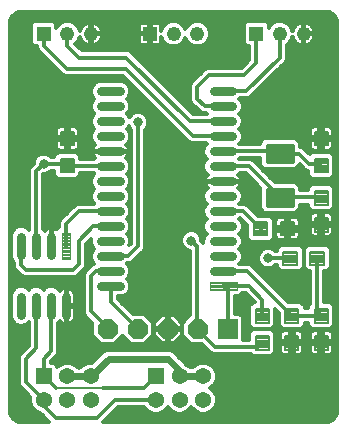
<source format=gtl>
G75*
%MOIN*%
%OFA0B0*%
%FSLAX25Y25*%
%IPPOS*%
%LPD*%
%AMOC8*
5,1,8,0,0,1.08239X$1,22.5*
%
%ADD10R,0.06600X0.06600*%
%ADD11OC8,0.06600*%
%ADD12C,0.00750*%
%ADD13C,0.00472*%
%ADD14C,0.03150*%
%ADD15R,0.05400X0.05400*%
%ADD16C,0.05400*%
%ADD17R,0.04800X0.04800*%
%ADD18C,0.04800*%
%ADD19C,0.01004*%
%ADD20C,0.01200*%
%ADD21C,0.03150*%
%ADD22C,0.01181*%
%ADD23C,0.01575*%
%ADD24C,0.00787*%
%ADD25C,0.02362*%
D10*
X0091026Y0052240D03*
D11*
X0081026Y0052240D03*
X0071026Y0052240D03*
X0061026Y0052240D03*
X0051026Y0052240D03*
D12*
X0039687Y0109120D02*
X0035437Y0109120D01*
X0039687Y0109120D02*
X0039687Y0104470D01*
X0035437Y0104470D01*
X0035437Y0109120D01*
X0035437Y0105219D02*
X0039687Y0105219D01*
X0039687Y0105968D02*
X0035437Y0105968D01*
X0035437Y0106717D02*
X0039687Y0106717D01*
X0039687Y0107466D02*
X0035437Y0107466D01*
X0035437Y0108215D02*
X0039687Y0108215D01*
X0039687Y0108964D02*
X0035437Y0108964D01*
X0035437Y0118120D02*
X0039687Y0118120D01*
X0039687Y0113470D01*
X0035437Y0113470D01*
X0035437Y0118120D01*
X0035437Y0114219D02*
X0039687Y0114219D01*
X0039687Y0114968D02*
X0035437Y0114968D01*
X0035437Y0115717D02*
X0039687Y0115717D01*
X0039687Y0116466D02*
X0035437Y0116466D01*
X0035437Y0117215D02*
X0039687Y0117215D01*
X0039687Y0117964D02*
X0035437Y0117964D01*
X0104285Y0087830D02*
X0104285Y0083580D01*
X0099635Y0083580D01*
X0099635Y0087830D01*
X0104285Y0087830D01*
X0104285Y0084329D02*
X0099635Y0084329D01*
X0099635Y0085078D02*
X0104285Y0085078D01*
X0104285Y0085827D02*
X0099635Y0085827D01*
X0099635Y0086576D02*
X0104285Y0086576D01*
X0104285Y0087325D02*
X0099635Y0087325D01*
X0113285Y0087830D02*
X0113285Y0083580D01*
X0108635Y0083580D01*
X0108635Y0087830D01*
X0113285Y0087830D01*
X0113285Y0084329D02*
X0108635Y0084329D01*
X0108635Y0085078D02*
X0113285Y0085078D01*
X0113285Y0085827D02*
X0108635Y0085827D01*
X0108635Y0086576D02*
X0113285Y0086576D01*
X0113285Y0087325D02*
X0108635Y0087325D01*
X0114127Y0077987D02*
X0114127Y0073737D01*
X0109477Y0073737D01*
X0109477Y0077987D01*
X0114127Y0077987D01*
X0114127Y0074486D02*
X0109477Y0074486D01*
X0109477Y0075235D02*
X0114127Y0075235D01*
X0114127Y0075984D02*
X0109477Y0075984D01*
X0109477Y0076733D02*
X0114127Y0076733D01*
X0114127Y0077482D02*
X0109477Y0077482D01*
X0123127Y0077987D02*
X0123127Y0073737D01*
X0118477Y0073737D01*
X0118477Y0077987D01*
X0123127Y0077987D01*
X0123127Y0074486D02*
X0118477Y0074486D01*
X0118477Y0075235D02*
X0123127Y0075235D01*
X0123127Y0075984D02*
X0118477Y0075984D01*
X0118477Y0076733D02*
X0123127Y0076733D01*
X0123127Y0077482D02*
X0118477Y0077482D01*
X0120083Y0084785D02*
X0124333Y0084785D01*
X0120083Y0084785D02*
X0120083Y0089435D01*
X0124333Y0089435D01*
X0124333Y0084785D01*
X0124333Y0085534D02*
X0120083Y0085534D01*
X0120083Y0086283D02*
X0124333Y0086283D01*
X0124333Y0087032D02*
X0120083Y0087032D01*
X0120083Y0087781D02*
X0124333Y0087781D01*
X0124333Y0088530D02*
X0120083Y0088530D01*
X0120083Y0089279D02*
X0124333Y0089279D01*
X0124333Y0093785D02*
X0120083Y0093785D01*
X0120083Y0098435D01*
X0124333Y0098435D01*
X0124333Y0093785D01*
X0124333Y0094534D02*
X0120083Y0094534D01*
X0120083Y0095283D02*
X0124333Y0095283D01*
X0124333Y0096032D02*
X0120083Y0096032D01*
X0120083Y0096781D02*
X0124333Y0096781D01*
X0124333Y0097530D02*
X0120083Y0097530D01*
X0120083Y0098279D02*
X0124333Y0098279D01*
X0124333Y0109120D02*
X0120083Y0109120D01*
X0124333Y0109120D02*
X0124333Y0104470D01*
X0120083Y0104470D01*
X0120083Y0109120D01*
X0120083Y0105219D02*
X0124333Y0105219D01*
X0124333Y0105968D02*
X0120083Y0105968D01*
X0120083Y0106717D02*
X0124333Y0106717D01*
X0124333Y0107466D02*
X0120083Y0107466D01*
X0120083Y0108215D02*
X0124333Y0108215D01*
X0124333Y0108964D02*
X0120083Y0108964D01*
X0120083Y0118120D02*
X0124333Y0118120D01*
X0124333Y0113470D01*
X0120083Y0113470D01*
X0120083Y0118120D01*
X0120083Y0114219D02*
X0124333Y0114219D01*
X0124333Y0114968D02*
X0120083Y0114968D01*
X0120083Y0115717D02*
X0124333Y0115717D01*
X0124333Y0116466D02*
X0120083Y0116466D01*
X0120083Y0117215D02*
X0124333Y0117215D01*
X0124333Y0117964D02*
X0120083Y0117964D01*
X0120083Y0054415D02*
X0124333Y0054415D01*
X0120083Y0054415D02*
X0120083Y0059065D01*
X0124333Y0059065D01*
X0124333Y0054415D01*
X0124333Y0055164D02*
X0120083Y0055164D01*
X0120083Y0055913D02*
X0124333Y0055913D01*
X0124333Y0056662D02*
X0120083Y0056662D01*
X0120083Y0057411D02*
X0124333Y0057411D01*
X0124333Y0058160D02*
X0120083Y0058160D01*
X0120083Y0058909D02*
X0124333Y0058909D01*
X0124333Y0045415D02*
X0120083Y0045415D01*
X0120083Y0050065D01*
X0124333Y0050065D01*
X0124333Y0045415D01*
X0124333Y0046164D02*
X0120083Y0046164D01*
X0120083Y0046913D02*
X0124333Y0046913D01*
X0124333Y0047662D02*
X0120083Y0047662D01*
X0120083Y0048411D02*
X0124333Y0048411D01*
X0124333Y0049160D02*
X0120083Y0049160D01*
X0120083Y0049909D02*
X0124333Y0049909D01*
X0114490Y0050065D02*
X0110240Y0050065D01*
X0114490Y0050065D02*
X0114490Y0045415D01*
X0110240Y0045415D01*
X0110240Y0050065D01*
X0110240Y0046164D02*
X0114490Y0046164D01*
X0114490Y0046913D02*
X0110240Y0046913D01*
X0110240Y0047662D02*
X0114490Y0047662D01*
X0114490Y0048411D02*
X0110240Y0048411D01*
X0110240Y0049160D02*
X0114490Y0049160D01*
X0114490Y0049909D02*
X0110240Y0049909D01*
X0110240Y0059065D02*
X0114490Y0059065D01*
X0114490Y0054415D01*
X0110240Y0054415D01*
X0110240Y0059065D01*
X0110240Y0055164D02*
X0114490Y0055164D01*
X0114490Y0055913D02*
X0110240Y0055913D01*
X0110240Y0056662D02*
X0114490Y0056662D01*
X0114490Y0057411D02*
X0110240Y0057411D01*
X0110240Y0058160D02*
X0114490Y0058160D01*
X0114490Y0058909D02*
X0110240Y0058909D01*
X0104648Y0054415D02*
X0100398Y0054415D01*
X0100398Y0059065D01*
X0104648Y0059065D01*
X0104648Y0054415D01*
X0104648Y0055164D02*
X0100398Y0055164D01*
X0100398Y0055913D02*
X0104648Y0055913D01*
X0104648Y0056662D02*
X0100398Y0056662D01*
X0100398Y0057411D02*
X0104648Y0057411D01*
X0104648Y0058160D02*
X0100398Y0058160D01*
X0100398Y0058909D02*
X0104648Y0058909D01*
X0104648Y0045415D02*
X0100398Y0045415D01*
X0100398Y0050065D01*
X0104648Y0050065D01*
X0104648Y0045415D01*
X0104648Y0046164D02*
X0100398Y0046164D01*
X0100398Y0046913D02*
X0104648Y0046913D01*
X0104648Y0047662D02*
X0100398Y0047662D01*
X0100398Y0048411D02*
X0104648Y0048411D01*
X0104648Y0049160D02*
X0100398Y0049160D01*
X0100398Y0049909D02*
X0104648Y0049909D01*
D13*
X0093957Y0067878D02*
X0084981Y0067878D01*
X0093957Y0067878D02*
X0093957Y0065200D01*
X0084981Y0065200D01*
X0084981Y0067878D01*
X0084981Y0065671D02*
X0093957Y0065671D01*
X0093957Y0066142D02*
X0084981Y0066142D01*
X0084981Y0066613D02*
X0093957Y0066613D01*
X0093957Y0067084D02*
X0084981Y0067084D01*
X0084981Y0067555D02*
X0093957Y0067555D01*
X0035849Y0075469D02*
X0035849Y0084445D01*
X0038527Y0084445D01*
X0038527Y0075469D01*
X0035849Y0075469D01*
X0035849Y0075940D02*
X0038527Y0075940D01*
X0038527Y0076411D02*
X0035849Y0076411D01*
X0035849Y0076882D02*
X0038527Y0076882D01*
X0038527Y0077353D02*
X0035849Y0077353D01*
X0035849Y0077824D02*
X0038527Y0077824D01*
X0038527Y0078295D02*
X0035849Y0078295D01*
X0035849Y0078766D02*
X0038527Y0078766D01*
X0038527Y0079237D02*
X0035849Y0079237D01*
X0035849Y0079708D02*
X0038527Y0079708D01*
X0038527Y0080179D02*
X0035849Y0080179D01*
X0035849Y0080650D02*
X0038527Y0080650D01*
X0038527Y0081121D02*
X0035849Y0081121D01*
X0035849Y0081592D02*
X0038527Y0081592D01*
X0038527Y0082063D02*
X0035849Y0082063D01*
X0035849Y0082534D02*
X0038527Y0082534D01*
X0038527Y0083005D02*
X0035849Y0083005D01*
X0035849Y0083476D02*
X0038527Y0083476D01*
X0038527Y0083947D02*
X0035849Y0083947D01*
X0035849Y0084418D02*
X0038527Y0084418D01*
D14*
X0032188Y0083106D02*
X0032188Y0076808D01*
X0027188Y0076808D02*
X0027188Y0083106D01*
X0022188Y0083106D02*
X0022188Y0076808D01*
X0022188Y0063106D02*
X0022188Y0056808D01*
X0027188Y0056808D02*
X0027188Y0063106D01*
X0032188Y0063106D02*
X0032188Y0056808D01*
X0037188Y0056808D02*
X0037188Y0063106D01*
X0048820Y0066539D02*
X0055118Y0066539D01*
X0055118Y0071539D02*
X0048820Y0071539D01*
X0048820Y0076539D02*
X0055118Y0076539D01*
X0055118Y0081539D02*
X0048820Y0081539D01*
X0048820Y0086539D02*
X0055118Y0086539D01*
X0055118Y0091539D02*
X0048820Y0091539D01*
X0048820Y0096539D02*
X0055118Y0096539D01*
X0055118Y0101539D02*
X0048820Y0101539D01*
X0048820Y0106539D02*
X0055118Y0106539D01*
X0055118Y0111539D02*
X0048820Y0111539D01*
X0048820Y0116539D02*
X0055118Y0116539D01*
X0055118Y0121539D02*
X0048820Y0121539D01*
X0048820Y0126539D02*
X0055118Y0126539D01*
X0055118Y0131539D02*
X0048820Y0131539D01*
X0086320Y0131539D02*
X0092618Y0131539D01*
X0092618Y0126539D02*
X0086320Y0126539D01*
X0086320Y0121539D02*
X0092618Y0121539D01*
X0092618Y0116539D02*
X0086320Y0116539D01*
X0086320Y0111539D02*
X0092618Y0111539D01*
X0092618Y0106539D02*
X0086320Y0106539D01*
X0086320Y0101539D02*
X0092618Y0101539D01*
X0092618Y0096539D02*
X0086320Y0096539D01*
X0086320Y0091539D02*
X0092618Y0091539D01*
X0092618Y0086539D02*
X0086320Y0086539D01*
X0086320Y0081539D02*
X0092618Y0081539D01*
X0092618Y0076539D02*
X0086320Y0076539D01*
X0086320Y0071539D02*
X0092618Y0071539D01*
D15*
X0067089Y0036492D03*
X0029688Y0036492D03*
D16*
X0029688Y0028618D03*
X0037562Y0028618D03*
X0037562Y0036492D03*
X0045436Y0036492D03*
X0045436Y0028618D03*
X0067089Y0028618D03*
X0074963Y0028618D03*
X0074963Y0036492D03*
X0082838Y0036492D03*
X0082838Y0028618D03*
D17*
X0100554Y0150665D03*
X0065121Y0150665D03*
X0029688Y0150665D03*
D18*
X0037562Y0150665D03*
X0045436Y0150665D03*
X0072995Y0150665D03*
X0080869Y0150665D03*
X0108428Y0150665D03*
X0116302Y0150665D03*
D19*
X0112650Y0113549D02*
X0104206Y0113549D01*
X0112650Y0113549D02*
X0112650Y0107861D01*
X0104206Y0107861D01*
X0104206Y0113549D01*
X0104206Y0108864D02*
X0112650Y0108864D01*
X0112650Y0109867D02*
X0104206Y0109867D01*
X0104206Y0110870D02*
X0112650Y0110870D01*
X0112650Y0111873D02*
X0104206Y0111873D01*
X0104206Y0112876D02*
X0112650Y0112876D01*
X0112650Y0098982D02*
X0104206Y0098982D01*
X0112650Y0098982D02*
X0112650Y0093294D01*
X0104206Y0093294D01*
X0104206Y0098982D01*
X0104206Y0094297D02*
X0112650Y0094297D01*
X0112650Y0095300D02*
X0104206Y0095300D01*
X0104206Y0096303D02*
X0112650Y0096303D01*
X0112650Y0097306D02*
X0104206Y0097306D01*
X0104206Y0098309D02*
X0112650Y0098309D01*
D20*
X0019960Y0021906D02*
X0019039Y0022827D01*
X0018541Y0024030D01*
X0018477Y0024681D01*
X0018477Y0154602D01*
X0018541Y0155253D01*
X0019039Y0156456D01*
X0019960Y0157377D01*
X0021163Y0157875D01*
X0021814Y0157939D01*
X0124176Y0157939D01*
X0124827Y0157875D01*
X0126030Y0157377D01*
X0126951Y0156456D01*
X0127449Y0155253D01*
X0127513Y0154602D01*
X0127513Y0024681D01*
X0127449Y0024030D01*
X0126951Y0022827D01*
X0126030Y0021906D01*
X0124827Y0021408D01*
X0124176Y0021344D01*
X0049417Y0021344D01*
X0054300Y0026228D01*
X0063209Y0026228D01*
X0063275Y0026069D01*
X0064540Y0024803D01*
X0066194Y0024118D01*
X0067985Y0024118D01*
X0069639Y0024803D01*
X0070904Y0026069D01*
X0071026Y0026364D01*
X0071149Y0026069D01*
X0072414Y0024803D01*
X0074068Y0024118D01*
X0075859Y0024118D01*
X0077513Y0024803D01*
X0078778Y0026069D01*
X0078900Y0026364D01*
X0079023Y0026069D01*
X0080288Y0024803D01*
X0081942Y0024118D01*
X0083733Y0024118D01*
X0085387Y0024803D01*
X0086652Y0026069D01*
X0087337Y0027723D01*
X0087337Y0029513D01*
X0086652Y0031167D01*
X0085387Y0032433D01*
X0085092Y0032555D01*
X0085387Y0032677D01*
X0086652Y0033943D01*
X0087337Y0035597D01*
X0087337Y0037387D01*
X0086652Y0039041D01*
X0085387Y0040307D01*
X0083733Y0040992D01*
X0081942Y0040992D01*
X0080288Y0040307D01*
X0079455Y0039473D01*
X0078346Y0039473D01*
X0077513Y0040307D01*
X0077206Y0040434D01*
X0076652Y0040988D01*
X0072715Y0044925D01*
X0071619Y0045379D01*
X0050748Y0045379D01*
X0049653Y0044925D01*
X0048814Y0044086D01*
X0045720Y0040992D01*
X0044541Y0040992D01*
X0042887Y0040307D01*
X0042053Y0039473D01*
X0040945Y0039473D01*
X0040111Y0040307D01*
X0038457Y0040992D01*
X0036667Y0040992D01*
X0035013Y0040307D01*
X0034188Y0039482D01*
X0034188Y0039938D01*
X0033133Y0040992D01*
X0032078Y0040992D01*
X0032078Y0041407D01*
X0034214Y0043543D01*
X0034578Y0044422D01*
X0034578Y0054425D01*
X0034980Y0054826D01*
X0035300Y0054506D01*
X0035785Y0054182D01*
X0036324Y0053959D01*
X0036896Y0053845D01*
X0037000Y0053845D01*
X0037000Y0059769D01*
X0037375Y0059769D01*
X0037375Y0053845D01*
X0037480Y0053845D01*
X0038052Y0053959D01*
X0038591Y0054182D01*
X0039076Y0054506D01*
X0039489Y0054919D01*
X0039813Y0055404D01*
X0040036Y0055943D01*
X0040150Y0056515D01*
X0040150Y0059769D01*
X0037375Y0059769D01*
X0037375Y0060144D01*
X0037000Y0060144D01*
X0037000Y0066068D01*
X0036896Y0066068D01*
X0036324Y0065955D01*
X0035785Y0065731D01*
X0035300Y0065407D01*
X0034980Y0065087D01*
X0034100Y0065967D01*
X0032859Y0066481D01*
X0031517Y0066481D01*
X0030276Y0065967D01*
X0029688Y0065379D01*
X0029100Y0065967D01*
X0027859Y0066481D01*
X0026517Y0066481D01*
X0025276Y0065967D01*
X0024688Y0065379D01*
X0024100Y0065967D01*
X0022859Y0066481D01*
X0021517Y0066481D01*
X0020276Y0065967D01*
X0019327Y0065018D01*
X0018813Y0063778D01*
X0018813Y0056136D01*
X0019327Y0054895D01*
X0020276Y0053946D01*
X0021517Y0053432D01*
X0022859Y0053432D01*
X0024100Y0053946D01*
X0024688Y0054534D01*
X0024797Y0054425D01*
X0024797Y0046793D01*
X0022428Y0044424D01*
X0021756Y0043752D01*
X0021392Y0042873D01*
X0021392Y0034048D01*
X0021756Y0033169D01*
X0025254Y0029672D01*
X0025188Y0029513D01*
X0025188Y0027723D01*
X0025873Y0026069D01*
X0027139Y0024803D01*
X0028793Y0024118D01*
X0028839Y0024118D01*
X0031598Y0021358D01*
X0031613Y0021344D01*
X0021814Y0021344D01*
X0021163Y0021408D01*
X0019960Y0021906D01*
X0019495Y0022371D02*
X0030586Y0022371D01*
X0029387Y0023570D02*
X0018732Y0023570D01*
X0018477Y0024768D02*
X0027223Y0024768D01*
X0025975Y0025967D02*
X0018477Y0025967D01*
X0018477Y0027165D02*
X0025419Y0027165D01*
X0025188Y0028364D02*
X0018477Y0028364D01*
X0018477Y0029562D02*
X0025208Y0029562D01*
X0024165Y0030761D02*
X0018477Y0030761D01*
X0018477Y0031959D02*
X0022966Y0031959D01*
X0021768Y0033158D02*
X0018477Y0033158D01*
X0018477Y0034356D02*
X0021392Y0034356D01*
X0021392Y0035555D02*
X0018477Y0035555D01*
X0018477Y0036753D02*
X0021392Y0036753D01*
X0021392Y0037952D02*
X0018477Y0037952D01*
X0018477Y0039150D02*
X0021392Y0039150D01*
X0021392Y0040349D02*
X0018477Y0040349D01*
X0018477Y0041547D02*
X0021392Y0041547D01*
X0021392Y0042746D02*
X0018477Y0042746D01*
X0018477Y0043944D02*
X0021948Y0043944D01*
X0023147Y0045143D02*
X0018477Y0045143D01*
X0018477Y0046341D02*
X0024345Y0046341D01*
X0024797Y0047540D02*
X0018477Y0047540D01*
X0018477Y0048738D02*
X0024797Y0048738D01*
X0024797Y0049937D02*
X0018477Y0049937D01*
X0018477Y0051135D02*
X0024797Y0051135D01*
X0024797Y0052334D02*
X0018477Y0052334D01*
X0018477Y0053532D02*
X0021275Y0053532D01*
X0019491Y0054731D02*
X0018477Y0054731D01*
X0018477Y0055929D02*
X0018899Y0055929D01*
X0018813Y0057128D02*
X0018477Y0057128D01*
X0018477Y0058326D02*
X0018813Y0058326D01*
X0018813Y0059525D02*
X0018477Y0059525D01*
X0018477Y0060723D02*
X0018813Y0060723D01*
X0018813Y0061922D02*
X0018477Y0061922D01*
X0018477Y0063121D02*
X0018813Y0063121D01*
X0019037Y0064319D02*
X0018477Y0064319D01*
X0018477Y0065518D02*
X0019826Y0065518D01*
X0018477Y0066716D02*
X0043045Y0066716D01*
X0043045Y0065518D02*
X0038911Y0065518D01*
X0039076Y0065407D02*
X0038591Y0065731D01*
X0038052Y0065955D01*
X0037480Y0066068D01*
X0037375Y0066068D01*
X0037375Y0060144D01*
X0040150Y0060144D01*
X0040150Y0063398D01*
X0040036Y0063970D01*
X0039813Y0064509D01*
X0039489Y0064995D01*
X0039076Y0065407D01*
X0039892Y0064319D02*
X0043045Y0064319D01*
X0043045Y0063121D02*
X0040150Y0063121D01*
X0040150Y0061922D02*
X0043045Y0061922D01*
X0043045Y0060723D02*
X0040150Y0060723D01*
X0040150Y0059525D02*
X0043045Y0059525D01*
X0043045Y0058326D02*
X0040150Y0058326D01*
X0040150Y0057128D02*
X0043270Y0057128D01*
X0043409Y0056792D02*
X0045926Y0054274D01*
X0045926Y0050128D01*
X0048914Y0047140D01*
X0053139Y0047140D01*
X0056026Y0050028D01*
X0058914Y0047140D01*
X0063139Y0047140D01*
X0066126Y0050128D01*
X0066126Y0054353D01*
X0063139Y0057340D01*
X0059307Y0057340D01*
X0054360Y0062287D01*
X0054360Y0063165D01*
X0055790Y0063165D01*
X0057031Y0063678D01*
X0057980Y0064628D01*
X0058494Y0065868D01*
X0058494Y0067211D01*
X0057980Y0068451D01*
X0057392Y0069039D01*
X0057980Y0069628D01*
X0058494Y0070868D01*
X0058494Y0072211D01*
X0057980Y0073451D01*
X0057392Y0074039D01*
X0057501Y0074149D01*
X0058400Y0074149D01*
X0059278Y0074513D01*
X0062538Y0077773D01*
X0063211Y0078445D01*
X0063574Y0079324D01*
X0063574Y0118756D01*
X0064045Y0119226D01*
X0064559Y0120466D01*
X0064559Y0121809D01*
X0064045Y0123049D01*
X0063096Y0123999D01*
X0061855Y0124513D01*
X0060513Y0124513D01*
X0059272Y0123999D01*
X0058323Y0123049D01*
X0058235Y0122836D01*
X0057980Y0123451D01*
X0057392Y0124039D01*
X0057980Y0124628D01*
X0058494Y0125868D01*
X0058494Y0127211D01*
X0057980Y0128451D01*
X0057392Y0129039D01*
X0057980Y0129628D01*
X0058494Y0130868D01*
X0058494Y0132211D01*
X0057980Y0133451D01*
X0057031Y0134400D01*
X0055790Y0134914D01*
X0048148Y0134914D01*
X0046908Y0134400D01*
X0045959Y0133451D01*
X0045445Y0132211D01*
X0045445Y0130868D01*
X0045959Y0129628D01*
X0046547Y0129039D01*
X0045959Y0128451D01*
X0045445Y0127211D01*
X0045445Y0125868D01*
X0045959Y0124628D01*
X0046547Y0124039D01*
X0045959Y0123451D01*
X0045445Y0122211D01*
X0045445Y0120868D01*
X0045959Y0119628D01*
X0046547Y0119039D01*
X0045959Y0118451D01*
X0045445Y0117211D01*
X0045445Y0115868D01*
X0045959Y0114628D01*
X0046839Y0113748D01*
X0046519Y0113428D01*
X0046195Y0112942D01*
X0045971Y0112403D01*
X0045858Y0111831D01*
X0045858Y0111727D01*
X0051782Y0111727D01*
X0051782Y0111352D01*
X0045858Y0111352D01*
X0045858Y0111248D01*
X0045971Y0110675D01*
X0046195Y0110136D01*
X0046519Y0109651D01*
X0046839Y0109331D01*
X0046438Y0108930D01*
X0041862Y0108930D01*
X0041862Y0110021D01*
X0040588Y0111295D01*
X0034536Y0111295D01*
X0033262Y0110021D01*
X0033262Y0109749D01*
X0032070Y0109749D01*
X0031600Y0110219D01*
X0030359Y0110733D01*
X0029017Y0110733D01*
X0027776Y0110219D01*
X0026827Y0109270D01*
X0026313Y0108030D01*
X0026313Y0107364D01*
X0025161Y0106212D01*
X0024797Y0105334D01*
X0024797Y0085488D01*
X0024688Y0085379D01*
X0024100Y0085967D01*
X0022859Y0086481D01*
X0021517Y0086481D01*
X0020276Y0085967D01*
X0019327Y0085018D01*
X0018813Y0083778D01*
X0018813Y0076136D01*
X0019327Y0074895D01*
X0019797Y0074425D01*
X0019797Y0073044D01*
X0020161Y0072166D01*
X0021756Y0070571D01*
X0022428Y0069899D01*
X0023307Y0069535D01*
X0040006Y0069535D01*
X0040885Y0069899D01*
X0042853Y0071867D01*
X0043526Y0072540D01*
X0043889Y0073418D01*
X0043889Y0080778D01*
X0045532Y0082420D01*
X0045445Y0082211D01*
X0045445Y0080868D01*
X0045959Y0079628D01*
X0046547Y0079039D01*
X0045959Y0078451D01*
X0045445Y0077211D01*
X0045445Y0075868D01*
X0045959Y0074628D01*
X0046547Y0074039D01*
X0046363Y0073855D01*
X0045664Y0073566D01*
X0044992Y0072894D01*
X0043409Y0071311D01*
X0043045Y0070432D01*
X0043045Y0057670D01*
X0043409Y0056792D01*
X0044271Y0055929D02*
X0040031Y0055929D01*
X0039301Y0054731D02*
X0045470Y0054731D01*
X0045926Y0053532D02*
X0034578Y0053532D01*
X0034578Y0052334D02*
X0045926Y0052334D01*
X0045926Y0051135D02*
X0034578Y0051135D01*
X0034578Y0049937D02*
X0046117Y0049937D01*
X0047316Y0048738D02*
X0034578Y0048738D01*
X0034578Y0047540D02*
X0048514Y0047540D01*
X0050179Y0045143D02*
X0034578Y0045143D01*
X0034578Y0046341D02*
X0083387Y0046341D01*
X0082588Y0047140D02*
X0085420Y0044308D01*
X0086299Y0043944D01*
X0098793Y0043944D01*
X0099497Y0043240D01*
X0105548Y0043240D01*
X0106823Y0044514D01*
X0106823Y0050966D01*
X0105548Y0052240D01*
X0099497Y0052240D01*
X0105548Y0052240D01*
X0106823Y0053514D01*
X0106823Y0058902D01*
X0108065Y0057659D01*
X0108065Y0053514D01*
X0109339Y0052240D01*
X0115391Y0052240D01*
X0116665Y0053514D01*
X0116665Y0054350D01*
X0117908Y0054350D01*
X0117908Y0053514D01*
X0119182Y0052240D01*
X0125233Y0052240D01*
X0126508Y0053514D01*
X0126508Y0059966D01*
X0125233Y0061240D01*
X0123193Y0061240D01*
X0123193Y0071562D01*
X0124028Y0071562D01*
X0125302Y0072836D01*
X0125302Y0078888D01*
X0124028Y0080162D01*
X0117576Y0080162D01*
X0116302Y0078888D01*
X0115028Y0080162D01*
X0108576Y0080162D01*
X0107302Y0078888D01*
X0107302Y0078253D01*
X0106873Y0078253D01*
X0106403Y0078723D01*
X0105162Y0079237D01*
X0103820Y0079237D01*
X0102579Y0078723D01*
X0101630Y0077774D01*
X0101116Y0076533D01*
X0101116Y0075191D01*
X0101630Y0073951D01*
X0102579Y0073001D01*
X0103820Y0072487D01*
X0105162Y0072487D01*
X0106403Y0073001D01*
X0106873Y0073472D01*
X0107302Y0073472D01*
X0107302Y0072836D01*
X0108576Y0071562D01*
X0115028Y0071562D01*
X0116302Y0072836D01*
X0117576Y0071562D01*
X0118412Y0071562D01*
X0118412Y0060470D01*
X0117908Y0059966D01*
X0117908Y0059131D01*
X0116665Y0059131D01*
X0116665Y0059966D01*
X0115391Y0061240D01*
X0111246Y0061240D01*
X0099592Y0072893D01*
X0099592Y0072894D01*
X0098920Y0073566D01*
X0098041Y0073930D01*
X0095001Y0073930D01*
X0094892Y0074039D01*
X0095480Y0074628D01*
X0095994Y0075868D01*
X0095994Y0077211D01*
X0095480Y0078451D01*
X0094892Y0079039D01*
X0095480Y0079628D01*
X0095994Y0080868D01*
X0095994Y0082211D01*
X0095480Y0083451D01*
X0094892Y0084039D01*
X0095480Y0084628D01*
X0095994Y0085868D01*
X0095994Y0087211D01*
X0095480Y0088451D01*
X0094892Y0089039D01*
X0095001Y0089149D01*
X0095135Y0089149D01*
X0097460Y0086824D01*
X0097460Y0082679D01*
X0098734Y0081405D01*
X0105185Y0081405D01*
X0106460Y0082679D01*
X0106460Y0088731D01*
X0105185Y0090005D01*
X0101040Y0090005D01*
X0097479Y0093566D01*
X0096600Y0093930D01*
X0095001Y0093930D01*
X0094892Y0094039D01*
X0095480Y0094628D01*
X0095994Y0095868D01*
X0095994Y0097211D01*
X0095480Y0098451D01*
X0094600Y0099331D01*
X0094920Y0099651D01*
X0095244Y0100136D01*
X0095467Y0100675D01*
X0095581Y0101248D01*
X0095581Y0101352D01*
X0089657Y0101352D01*
X0089657Y0101727D01*
X0095581Y0101727D01*
X0095581Y0101831D01*
X0095467Y0102403D01*
X0095244Y0102942D01*
X0094920Y0103428D01*
X0094600Y0103748D01*
X0095001Y0104149D01*
X0097036Y0104149D01*
X0101904Y0099281D01*
X0101904Y0092340D01*
X0103252Y0090991D01*
X0113604Y0090991D01*
X0114952Y0092340D01*
X0114952Y0093747D01*
X0117908Y0093747D01*
X0117908Y0092884D01*
X0119182Y0091610D01*
X0125233Y0091610D01*
X0126508Y0092884D01*
X0126508Y0099336D01*
X0125233Y0100610D01*
X0119182Y0100610D01*
X0117908Y0099336D01*
X0117908Y0098528D01*
X0114952Y0098528D01*
X0114952Y0099936D01*
X0113604Y0101284D01*
X0106662Y0101284D01*
X0099381Y0108566D01*
X0098502Y0108930D01*
X0095001Y0108930D01*
X0094892Y0109039D01*
X0095001Y0109149D01*
X0101904Y0109149D01*
X0101904Y0106907D01*
X0103252Y0105558D01*
X0113604Y0105558D01*
X0114952Y0106907D01*
X0114952Y0107296D01*
X0116244Y0106004D01*
X0116916Y0105332D01*
X0117795Y0104968D01*
X0117908Y0104968D01*
X0117908Y0103569D01*
X0119182Y0102295D01*
X0125233Y0102295D01*
X0126508Y0103569D01*
X0126508Y0110021D01*
X0125233Y0111295D01*
X0119182Y0111295D01*
X0118448Y0110562D01*
X0116278Y0112731D01*
X0115400Y0113095D01*
X0114952Y0113095D01*
X0114952Y0114503D01*
X0113604Y0115851D01*
X0103252Y0115851D01*
X0101904Y0114503D01*
X0101904Y0113930D01*
X0095001Y0113930D01*
X0094892Y0114039D01*
X0095480Y0114628D01*
X0095994Y0115868D01*
X0095994Y0117211D01*
X0095480Y0118451D01*
X0094892Y0119039D01*
X0095480Y0119628D01*
X0095994Y0120868D01*
X0095994Y0122211D01*
X0095480Y0123451D01*
X0094892Y0124039D01*
X0095480Y0124628D01*
X0095994Y0125868D01*
X0095994Y0127211D01*
X0095480Y0128451D01*
X0094892Y0129039D01*
X0095001Y0129149D01*
X0097652Y0129149D01*
X0098530Y0129513D01*
X0109782Y0140765D01*
X0110455Y0141437D01*
X0110819Y0142316D01*
X0110819Y0147116D01*
X0111989Y0148286D01*
X0112614Y0149795D01*
X0112660Y0149561D01*
X0112946Y0148871D01*
X0113360Y0148251D01*
X0113888Y0147723D01*
X0114508Y0147309D01*
X0115197Y0147023D01*
X0115929Y0146878D01*
X0116102Y0146878D01*
X0116102Y0150465D01*
X0116502Y0150465D01*
X0116502Y0146878D01*
X0116675Y0146878D01*
X0117407Y0147023D01*
X0118096Y0147309D01*
X0118716Y0147723D01*
X0119244Y0148251D01*
X0119658Y0148871D01*
X0119944Y0149561D01*
X0120089Y0150292D01*
X0120089Y0150465D01*
X0116502Y0150465D01*
X0116502Y0150865D01*
X0120089Y0150865D01*
X0120089Y0151038D01*
X0119944Y0151770D01*
X0119658Y0152459D01*
X0119244Y0153080D01*
X0118716Y0153607D01*
X0118096Y0154022D01*
X0117407Y0154307D01*
X0116675Y0154453D01*
X0116502Y0154453D01*
X0116502Y0150865D01*
X0116102Y0150865D01*
X0116102Y0154453D01*
X0115929Y0154453D01*
X0115197Y0154307D01*
X0114508Y0154022D01*
X0113888Y0153607D01*
X0113360Y0153080D01*
X0112946Y0152459D01*
X0112660Y0151770D01*
X0112614Y0151536D01*
X0111989Y0153044D01*
X0110807Y0154226D01*
X0109263Y0154865D01*
X0107593Y0154865D01*
X0106049Y0154226D01*
X0104867Y0153044D01*
X0104754Y0152771D01*
X0104754Y0153811D01*
X0103700Y0154865D01*
X0097408Y0154865D01*
X0096354Y0153811D01*
X0096354Y0147520D01*
X0097408Y0146465D01*
X0098163Y0146465D01*
X0098163Y0141813D01*
X0095627Y0139276D01*
X0084330Y0139276D01*
X0083452Y0138912D01*
X0082779Y0138240D01*
X0078842Y0134303D01*
X0078478Y0133424D01*
X0078478Y0128536D01*
X0078842Y0127658D01*
X0079515Y0126985D01*
X0081987Y0124513D01*
X0082866Y0124149D01*
X0083938Y0124149D01*
X0084047Y0124039D01*
X0083938Y0123930D01*
X0079489Y0123930D01*
X0059274Y0144145D01*
X0058601Y0144818D01*
X0057722Y0145182D01*
X0042489Y0145182D01*
X0040254Y0147417D01*
X0041122Y0148286D01*
X0041747Y0149795D01*
X0041794Y0149561D01*
X0042080Y0148871D01*
X0042494Y0148251D01*
X0043022Y0147723D01*
X0043642Y0147309D01*
X0044331Y0147023D01*
X0045063Y0146878D01*
X0045236Y0146878D01*
X0045236Y0150465D01*
X0045636Y0150465D01*
X0045636Y0146878D01*
X0045809Y0146878D01*
X0046541Y0147023D01*
X0047230Y0147309D01*
X0047850Y0147723D01*
X0048378Y0148251D01*
X0048792Y0148871D01*
X0049078Y0149561D01*
X0049223Y0150292D01*
X0049223Y0150465D01*
X0045636Y0150465D01*
X0045636Y0150865D01*
X0049223Y0150865D01*
X0049223Y0151038D01*
X0049078Y0151770D01*
X0048792Y0152459D01*
X0048378Y0153080D01*
X0047850Y0153607D01*
X0047230Y0154022D01*
X0046541Y0154307D01*
X0045809Y0154453D01*
X0045636Y0154453D01*
X0045636Y0150865D01*
X0045236Y0150865D01*
X0045236Y0154453D01*
X0045063Y0154453D01*
X0044331Y0154307D01*
X0043642Y0154022D01*
X0043022Y0153607D01*
X0042494Y0153080D01*
X0042080Y0152459D01*
X0041794Y0151770D01*
X0041747Y0151536D01*
X0041122Y0153044D01*
X0039941Y0154226D01*
X0038397Y0154865D01*
X0036726Y0154865D01*
X0035183Y0154226D01*
X0034001Y0153044D01*
X0033888Y0152771D01*
X0033888Y0153811D01*
X0032833Y0154865D01*
X0026542Y0154865D01*
X0025488Y0153811D01*
X0025488Y0147520D01*
X0026542Y0146465D01*
X0027297Y0146465D01*
X0027297Y0146253D01*
X0027661Y0145374D01*
X0028334Y0144702D01*
X0036208Y0136828D01*
X0037086Y0136464D01*
X0056257Y0136464D01*
X0078208Y0114513D01*
X0079086Y0114149D01*
X0083938Y0114149D01*
X0084047Y0114039D01*
X0083459Y0113451D01*
X0082945Y0112211D01*
X0082945Y0110868D01*
X0083459Y0109628D01*
X0084047Y0109039D01*
X0083459Y0108451D01*
X0082945Y0107211D01*
X0082945Y0105868D01*
X0083459Y0104628D01*
X0084339Y0103748D01*
X0084019Y0103428D01*
X0083695Y0102942D01*
X0083471Y0102403D01*
X0083358Y0101831D01*
X0083358Y0101727D01*
X0089282Y0101727D01*
X0089282Y0101352D01*
X0083358Y0101352D01*
X0083358Y0101248D01*
X0083471Y0100675D01*
X0083695Y0100136D01*
X0084019Y0099651D01*
X0084339Y0099331D01*
X0083459Y0098451D01*
X0082945Y0097211D01*
X0082945Y0095868D01*
X0083459Y0094628D01*
X0084047Y0094039D01*
X0083459Y0093451D01*
X0082945Y0092211D01*
X0082945Y0090868D01*
X0083459Y0089628D01*
X0084047Y0089039D01*
X0083459Y0088451D01*
X0082945Y0087211D01*
X0082945Y0085868D01*
X0083459Y0084628D01*
X0084047Y0084039D01*
X0083459Y0083451D01*
X0082945Y0082211D01*
X0082945Y0081034D01*
X0082896Y0081153D01*
X0082275Y0081774D01*
X0082275Y0082439D01*
X0081762Y0083679D01*
X0080812Y0084629D01*
X0079572Y0085143D01*
X0078229Y0085143D01*
X0076989Y0084629D01*
X0076039Y0083679D01*
X0075526Y0082439D01*
X0075526Y0081096D01*
X0076039Y0079856D01*
X0076989Y0078907D01*
X0078229Y0078393D01*
X0078478Y0078393D01*
X0078478Y0056905D01*
X0075926Y0054353D01*
X0075926Y0050128D01*
X0078914Y0047140D01*
X0082588Y0047140D01*
X0084586Y0045143D02*
X0072189Y0045143D01*
X0073696Y0043944D02*
X0086298Y0043944D01*
X0085286Y0040349D02*
X0127513Y0040349D01*
X0127513Y0041547D02*
X0076093Y0041547D01*
X0074894Y0042746D02*
X0127513Y0042746D01*
X0127513Y0043944D02*
X0125310Y0043944D01*
X0125415Y0044005D02*
X0125743Y0044333D01*
X0125975Y0044735D01*
X0126095Y0045183D01*
X0126095Y0047140D01*
X0122808Y0047140D01*
X0122808Y0048340D01*
X0126095Y0048340D01*
X0126095Y0050297D01*
X0125975Y0050745D01*
X0125743Y0051147D01*
X0125415Y0051475D01*
X0125013Y0051707D01*
X0124565Y0051828D01*
X0122808Y0051828D01*
X0122808Y0048340D01*
X0121608Y0048340D01*
X0121608Y0051828D01*
X0119851Y0051828D01*
X0119402Y0051707D01*
X0119000Y0051475D01*
X0118672Y0051147D01*
X0118440Y0050745D01*
X0118320Y0050297D01*
X0118320Y0048340D01*
X0121608Y0048340D01*
X0121608Y0047140D01*
X0122808Y0047140D01*
X0122808Y0043653D01*
X0124565Y0043653D01*
X0125013Y0043773D01*
X0125415Y0044005D01*
X0126084Y0045143D02*
X0127513Y0045143D01*
X0127513Y0046341D02*
X0126095Y0046341D01*
X0127513Y0047540D02*
X0122808Y0047540D01*
X0122808Y0048738D02*
X0121608Y0048738D01*
X0121608Y0047540D02*
X0112965Y0047540D01*
X0112965Y0047140D02*
X0112965Y0048340D01*
X0116252Y0048340D01*
X0116252Y0050297D01*
X0116132Y0050745D01*
X0115900Y0051147D01*
X0115572Y0051475D01*
X0115170Y0051707D01*
X0114722Y0051828D01*
X0112965Y0051828D01*
X0112965Y0048340D01*
X0111765Y0048340D01*
X0111765Y0047140D01*
X0112965Y0047140D01*
X0112965Y0043653D01*
X0114722Y0043653D01*
X0115170Y0043773D01*
X0115572Y0044005D01*
X0115900Y0044333D01*
X0116132Y0044735D01*
X0116252Y0045183D01*
X0116252Y0047140D01*
X0112965Y0047140D01*
X0112965Y0046341D02*
X0111765Y0046341D01*
X0111765Y0047140D02*
X0111765Y0043653D01*
X0110008Y0043653D01*
X0109560Y0043773D01*
X0109158Y0044005D01*
X0108830Y0044333D01*
X0108598Y0044735D01*
X0108478Y0045183D01*
X0108478Y0047140D01*
X0111765Y0047140D01*
X0111765Y0047540D02*
X0106823Y0047540D01*
X0106823Y0048738D02*
X0108478Y0048738D01*
X0108478Y0048340D02*
X0111765Y0048340D01*
X0111765Y0051828D01*
X0110008Y0051828D01*
X0109560Y0051707D01*
X0109158Y0051475D01*
X0108830Y0051147D01*
X0108598Y0050745D01*
X0108478Y0050297D01*
X0108478Y0048340D01*
X0108478Y0049937D02*
X0106823Y0049937D01*
X0106653Y0051135D02*
X0108823Y0051135D01*
X0109245Y0052334D02*
X0105642Y0052334D01*
X0106823Y0053532D02*
X0108065Y0053532D01*
X0108065Y0054731D02*
X0106823Y0054731D01*
X0106823Y0055929D02*
X0108065Y0055929D01*
X0108065Y0057128D02*
X0106823Y0057128D01*
X0106823Y0058326D02*
X0107398Y0058326D01*
X0110564Y0061922D02*
X0118412Y0061922D01*
X0118412Y0060723D02*
X0115908Y0060723D01*
X0116665Y0059525D02*
X0117908Y0059525D01*
X0118412Y0063121D02*
X0109365Y0063121D01*
X0108167Y0064319D02*
X0118412Y0064319D01*
X0118412Y0065518D02*
X0106968Y0065518D01*
X0105770Y0066716D02*
X0118412Y0066716D01*
X0118412Y0067915D02*
X0104571Y0067915D01*
X0103373Y0069113D02*
X0118412Y0069113D01*
X0118412Y0070312D02*
X0102174Y0070312D01*
X0100976Y0071510D02*
X0118412Y0071510D01*
X0116430Y0072709D02*
X0116174Y0072709D01*
X0116302Y0072836D02*
X0116302Y0078888D01*
X0116302Y0072836D01*
X0116302Y0073907D02*
X0116302Y0073907D01*
X0116302Y0075106D02*
X0116302Y0075106D01*
X0116302Y0076304D02*
X0116302Y0076304D01*
X0116302Y0077503D02*
X0116302Y0077503D01*
X0116302Y0078701D02*
X0116302Y0078701D01*
X0115291Y0079900D02*
X0117314Y0079900D01*
X0114695Y0082498D02*
X0114927Y0082899D01*
X0115047Y0083348D01*
X0115047Y0085105D01*
X0111560Y0085105D01*
X0111560Y0086305D01*
X0115047Y0086305D01*
X0115047Y0088062D01*
X0114927Y0088510D01*
X0114695Y0088912D01*
X0114367Y0089240D01*
X0113965Y0089472D01*
X0113517Y0089592D01*
X0111560Y0089592D01*
X0111560Y0086305D01*
X0110360Y0086305D01*
X0110360Y0089592D01*
X0108403Y0089592D01*
X0107954Y0089472D01*
X0107552Y0089240D01*
X0107224Y0088912D01*
X0106992Y0088510D01*
X0106872Y0088062D01*
X0106872Y0086305D01*
X0110359Y0086305D01*
X0110359Y0085105D01*
X0106872Y0085105D01*
X0106872Y0083348D01*
X0106992Y0082899D01*
X0107224Y0082498D01*
X0107552Y0082169D01*
X0107954Y0081937D01*
X0108403Y0081817D01*
X0110360Y0081817D01*
X0110360Y0085105D01*
X0111560Y0085105D01*
X0111560Y0081817D01*
X0113517Y0081817D01*
X0113965Y0081937D01*
X0114367Y0082169D01*
X0114695Y0082498D01*
X0114494Y0082297D02*
X0127513Y0082297D01*
X0127513Y0083495D02*
X0125535Y0083495D01*
X0125415Y0083375D02*
X0125743Y0083703D01*
X0125975Y0084105D01*
X0126095Y0084553D01*
X0126095Y0086510D01*
X0122808Y0086510D01*
X0122808Y0087710D01*
X0126095Y0087710D01*
X0126095Y0089667D01*
X0125975Y0090115D01*
X0125743Y0090517D01*
X0125415Y0090845D01*
X0125013Y0091078D01*
X0124565Y0091198D01*
X0122808Y0091198D01*
X0122808Y0087710D01*
X0121608Y0087710D01*
X0121608Y0091198D01*
X0119851Y0091198D01*
X0119402Y0091078D01*
X0119000Y0090845D01*
X0118672Y0090517D01*
X0118440Y0090115D01*
X0118320Y0089667D01*
X0118320Y0087710D01*
X0121608Y0087710D01*
X0121608Y0086510D01*
X0122808Y0086510D01*
X0122808Y0083023D01*
X0124565Y0083023D01*
X0125013Y0083143D01*
X0125415Y0083375D01*
X0126095Y0084694D02*
X0127513Y0084694D01*
X0127513Y0085892D02*
X0126095Y0085892D01*
X0127513Y0087091D02*
X0122808Y0087091D01*
X0122808Y0088289D02*
X0121608Y0088289D01*
X0121608Y0087091D02*
X0115047Y0087091D01*
X0114986Y0088289D02*
X0118320Y0088289D01*
X0118320Y0089488D02*
X0113906Y0089488D01*
X0111560Y0089488D02*
X0110360Y0089488D01*
X0110360Y0088289D02*
X0111560Y0088289D01*
X0111560Y0087091D02*
X0110360Y0087091D01*
X0110359Y0085892D02*
X0106460Y0085892D01*
X0106460Y0084694D02*
X0106872Y0084694D01*
X0106872Y0083495D02*
X0106460Y0083495D01*
X0106077Y0082297D02*
X0107425Y0082297D01*
X0108314Y0079900D02*
X0095593Y0079900D01*
X0095230Y0078701D02*
X0102557Y0078701D01*
X0101518Y0077503D02*
X0095873Y0077503D01*
X0095994Y0076304D02*
X0101116Y0076304D01*
X0101152Y0075106D02*
X0095678Y0075106D01*
X0098096Y0073907D02*
X0101673Y0073907D01*
X0103286Y0072709D02*
X0099777Y0072709D01*
X0105696Y0072709D02*
X0107430Y0072709D01*
X0107302Y0078701D02*
X0106425Y0078701D01*
X0110360Y0082297D02*
X0111560Y0082297D01*
X0111560Y0083495D02*
X0110360Y0083495D01*
X0110360Y0084694D02*
X0111560Y0084694D01*
X0111560Y0085892D02*
X0118320Y0085892D01*
X0118320Y0086510D02*
X0118320Y0084553D01*
X0118440Y0084105D01*
X0118672Y0083703D01*
X0119000Y0083375D01*
X0119402Y0083143D01*
X0119851Y0083023D01*
X0121608Y0083023D01*
X0121608Y0086510D01*
X0118320Y0086510D01*
X0118320Y0084694D02*
X0115047Y0084694D01*
X0115047Y0083495D02*
X0118880Y0083495D01*
X0121608Y0083495D02*
X0122808Y0083495D01*
X0122808Y0084694D02*
X0121608Y0084694D01*
X0121608Y0085892D02*
X0122808Y0085892D01*
X0122808Y0089488D02*
X0121608Y0089488D01*
X0121608Y0090686D02*
X0122808Y0090686D01*
X0125574Y0090686D02*
X0127513Y0090686D01*
X0127513Y0089488D02*
X0126095Y0089488D01*
X0126095Y0088289D02*
X0127513Y0088289D01*
X0127513Y0091885D02*
X0125508Y0091885D01*
X0126508Y0093083D02*
X0127513Y0093083D01*
X0127513Y0094282D02*
X0126508Y0094282D01*
X0126508Y0095480D02*
X0127513Y0095480D01*
X0127513Y0096679D02*
X0126508Y0096679D01*
X0126508Y0097877D02*
X0127513Y0097877D01*
X0127513Y0099076D02*
X0126508Y0099076D01*
X0125569Y0100274D02*
X0127513Y0100274D01*
X0127513Y0101473D02*
X0106474Y0101473D01*
X0105275Y0102671D02*
X0118806Y0102671D01*
X0117908Y0103870D02*
X0104077Y0103870D01*
X0102878Y0105068D02*
X0117552Y0105068D01*
X0115981Y0106267D02*
X0114313Y0106267D01*
X0114614Y0100274D02*
X0118846Y0100274D01*
X0117908Y0099076D02*
X0114952Y0099076D01*
X0114952Y0093083D02*
X0117908Y0093083D01*
X0118907Y0091885D02*
X0114497Y0091885D01*
X0118841Y0090686D02*
X0100359Y0090686D01*
X0099160Y0091885D02*
X0102359Y0091885D01*
X0101904Y0093083D02*
X0097962Y0093083D01*
X0095134Y0094282D02*
X0101904Y0094282D01*
X0101904Y0095480D02*
X0095833Y0095480D01*
X0095994Y0096679D02*
X0101904Y0096679D01*
X0101904Y0097877D02*
X0095718Y0097877D01*
X0094855Y0099076D02*
X0101904Y0099076D01*
X0100911Y0100274D02*
X0095301Y0100274D01*
X0095356Y0102671D02*
X0098514Y0102671D01*
X0099712Y0101473D02*
X0089657Y0101473D01*
X0089282Y0101473D02*
X0063574Y0101473D01*
X0063574Y0102671D02*
X0083582Y0102671D01*
X0084217Y0103870D02*
X0063574Y0103870D01*
X0063574Y0105068D02*
X0083276Y0105068D01*
X0082945Y0106267D02*
X0063574Y0106267D01*
X0063574Y0107465D02*
X0083051Y0107465D01*
X0083672Y0108664D02*
X0063574Y0108664D01*
X0063574Y0109862D02*
X0083362Y0109862D01*
X0082945Y0111061D02*
X0063574Y0111061D01*
X0063574Y0112259D02*
X0082965Y0112259D01*
X0083466Y0113458D02*
X0063574Y0113458D01*
X0063574Y0114656D02*
X0078064Y0114656D01*
X0076866Y0115855D02*
X0063574Y0115855D01*
X0063574Y0117054D02*
X0075667Y0117054D01*
X0074468Y0118252D02*
X0063574Y0118252D01*
X0064138Y0119451D02*
X0073270Y0119451D01*
X0072071Y0120649D02*
X0064559Y0120649D01*
X0064543Y0121848D02*
X0070873Y0121848D01*
X0069674Y0123046D02*
X0064046Y0123046D01*
X0062502Y0124245D02*
X0068476Y0124245D01*
X0067277Y0125443D02*
X0058318Y0125443D01*
X0058494Y0126642D02*
X0066079Y0126642D01*
X0064880Y0127840D02*
X0058233Y0127840D01*
X0057392Y0129039D02*
X0063682Y0129039D01*
X0062483Y0130237D02*
X0058232Y0130237D01*
X0058494Y0131436D02*
X0061285Y0131436D01*
X0060086Y0132634D02*
X0058318Y0132634D01*
X0058888Y0133833D02*
X0057598Y0133833D01*
X0057689Y0135031D02*
X0018477Y0135031D01*
X0018477Y0133833D02*
X0046340Y0133833D01*
X0045620Y0132634D02*
X0018477Y0132634D01*
X0018477Y0131436D02*
X0045445Y0131436D01*
X0045706Y0130237D02*
X0018477Y0130237D01*
X0018477Y0129039D02*
X0046546Y0129039D01*
X0045706Y0127840D02*
X0018477Y0127840D01*
X0018477Y0126642D02*
X0045445Y0126642D01*
X0045621Y0125443D02*
X0018477Y0125443D01*
X0018477Y0124245D02*
X0046342Y0124245D01*
X0045791Y0123046D02*
X0018477Y0123046D01*
X0018477Y0121848D02*
X0045445Y0121848D01*
X0045536Y0120649D02*
X0018477Y0120649D01*
X0018477Y0119451D02*
X0034275Y0119451D01*
X0034355Y0119531D02*
X0034027Y0119202D01*
X0033795Y0118801D01*
X0033675Y0118352D01*
X0033675Y0116395D01*
X0036962Y0116395D01*
X0036962Y0115195D01*
X0038162Y0115195D01*
X0038162Y0111708D01*
X0039919Y0111708D01*
X0040367Y0111828D01*
X0040769Y0112060D01*
X0041097Y0112388D01*
X0041329Y0112790D01*
X0041449Y0113238D01*
X0041449Y0115195D01*
X0038162Y0115195D01*
X0038162Y0116395D01*
X0041449Y0116395D01*
X0041449Y0118352D01*
X0041329Y0118801D01*
X0041097Y0119202D01*
X0040769Y0119531D01*
X0040367Y0119763D01*
X0039919Y0119883D01*
X0038162Y0119883D01*
X0038162Y0116395D01*
X0036962Y0116395D01*
X0036962Y0119883D01*
X0035205Y0119883D01*
X0034757Y0119763D01*
X0034355Y0119531D01*
X0033675Y0118252D02*
X0018477Y0118252D01*
X0018477Y0117054D02*
X0033675Y0117054D01*
X0033674Y0115195D02*
X0033675Y0113238D01*
X0033795Y0112790D01*
X0034027Y0112388D01*
X0034355Y0112060D01*
X0034757Y0111828D01*
X0035205Y0111708D01*
X0036962Y0111708D01*
X0036962Y0115195D01*
X0033674Y0115195D01*
X0033674Y0114656D02*
X0018477Y0114656D01*
X0018477Y0113458D02*
X0033674Y0113458D01*
X0034155Y0112259D02*
X0018477Y0112259D01*
X0018477Y0111061D02*
X0034302Y0111061D01*
X0033262Y0109862D02*
X0031956Y0109862D01*
X0027419Y0109862D02*
X0018477Y0109862D01*
X0018477Y0108664D02*
X0026576Y0108664D01*
X0026313Y0107465D02*
X0018477Y0107465D01*
X0018477Y0106267D02*
X0025216Y0106267D01*
X0024797Y0105068D02*
X0018477Y0105068D01*
X0018477Y0103870D02*
X0024797Y0103870D01*
X0024797Y0102671D02*
X0018477Y0102671D01*
X0018477Y0101473D02*
X0024797Y0101473D01*
X0024797Y0100274D02*
X0018477Y0100274D01*
X0018477Y0099076D02*
X0024797Y0099076D01*
X0024797Y0097877D02*
X0018477Y0097877D01*
X0018477Y0096679D02*
X0024797Y0096679D01*
X0024797Y0095480D02*
X0018477Y0095480D01*
X0018477Y0094282D02*
X0024797Y0094282D01*
X0024797Y0093083D02*
X0018477Y0093083D01*
X0018477Y0091885D02*
X0024797Y0091885D01*
X0024797Y0090686D02*
X0018477Y0090686D01*
X0018477Y0089488D02*
X0024797Y0089488D01*
X0024797Y0088289D02*
X0018477Y0088289D01*
X0018477Y0087091D02*
X0024797Y0087091D01*
X0024797Y0085892D02*
X0024175Y0085892D01*
X0020201Y0085892D02*
X0018477Y0085892D01*
X0018477Y0084694D02*
X0019193Y0084694D01*
X0018813Y0083495D02*
X0018477Y0083495D01*
X0018477Y0082297D02*
X0018813Y0082297D01*
X0018813Y0081098D02*
X0018477Y0081098D01*
X0018477Y0079900D02*
X0018813Y0079900D01*
X0018813Y0078701D02*
X0018477Y0078701D01*
X0018477Y0077503D02*
X0018813Y0077503D01*
X0018813Y0076304D02*
X0018477Y0076304D01*
X0018477Y0075106D02*
X0019240Y0075106D01*
X0019797Y0073907D02*
X0018477Y0073907D01*
X0018477Y0072709D02*
X0019936Y0072709D01*
X0020817Y0071510D02*
X0018477Y0071510D01*
X0018477Y0070312D02*
X0022015Y0070312D01*
X0018477Y0069113D02*
X0043045Y0069113D01*
X0043045Y0067915D02*
X0018477Y0067915D01*
X0024549Y0065518D02*
X0024826Y0065518D01*
X0029549Y0065518D02*
X0029826Y0065518D01*
X0034549Y0065518D02*
X0035465Y0065518D01*
X0037000Y0065518D02*
X0037375Y0065518D01*
X0037375Y0064319D02*
X0037000Y0064319D01*
X0037000Y0063121D02*
X0037375Y0063121D01*
X0037375Y0061922D02*
X0037000Y0061922D01*
X0037000Y0060723D02*
X0037375Y0060723D01*
X0037375Y0059525D02*
X0037000Y0059525D01*
X0037000Y0058326D02*
X0037375Y0058326D01*
X0037375Y0057128D02*
X0037000Y0057128D01*
X0037000Y0055929D02*
X0037375Y0055929D01*
X0037375Y0054731D02*
X0037000Y0054731D01*
X0035075Y0054731D02*
X0034884Y0054731D01*
X0024797Y0053532D02*
X0023101Y0053532D01*
X0034381Y0043944D02*
X0048672Y0043944D01*
X0047474Y0042746D02*
X0033417Y0042746D01*
X0032218Y0041547D02*
X0046275Y0041547D01*
X0042988Y0040349D02*
X0040010Y0040349D01*
X0035114Y0040349D02*
X0033777Y0040349D01*
X0051642Y0023570D02*
X0127258Y0023570D01*
X0127513Y0024768D02*
X0085302Y0024768D01*
X0086550Y0025967D02*
X0127513Y0025967D01*
X0127513Y0027165D02*
X0087106Y0027165D01*
X0087337Y0028364D02*
X0127513Y0028364D01*
X0127513Y0029562D02*
X0087317Y0029562D01*
X0086821Y0030761D02*
X0127513Y0030761D01*
X0127513Y0031959D02*
X0085860Y0031959D01*
X0085867Y0033158D02*
X0127513Y0033158D01*
X0127513Y0034356D02*
X0086824Y0034356D01*
X0087320Y0035555D02*
X0127513Y0035555D01*
X0127513Y0036753D02*
X0087337Y0036753D01*
X0087104Y0037952D02*
X0127513Y0037952D01*
X0127513Y0039150D02*
X0086543Y0039150D01*
X0080389Y0040349D02*
X0077412Y0040349D01*
X0078514Y0047540D02*
X0063539Y0047540D01*
X0064737Y0048738D02*
X0067899Y0048738D01*
X0069085Y0047553D02*
X0066339Y0050299D01*
X0066339Y0051954D01*
X0070741Y0051954D01*
X0071312Y0051954D01*
X0071312Y0047553D01*
X0072968Y0047553D01*
X0075714Y0050299D01*
X0075714Y0051954D01*
X0071312Y0051954D01*
X0071312Y0052526D01*
X0070741Y0052526D01*
X0070741Y0056928D01*
X0069085Y0056928D01*
X0066339Y0054182D01*
X0066339Y0052526D01*
X0070741Y0052526D01*
X0070741Y0051954D01*
X0070741Y0047553D01*
X0069085Y0047553D01*
X0070741Y0048738D02*
X0071312Y0048738D01*
X0071312Y0049937D02*
X0070741Y0049937D01*
X0070741Y0051135D02*
X0071312Y0051135D01*
X0071312Y0052334D02*
X0075926Y0052334D01*
X0075714Y0052526D02*
X0075714Y0054182D01*
X0072968Y0056928D01*
X0071312Y0056928D01*
X0071312Y0052526D01*
X0075714Y0052526D01*
X0075714Y0053532D02*
X0075926Y0053532D01*
X0076305Y0054731D02*
X0075165Y0054731D01*
X0073966Y0055929D02*
X0077503Y0055929D01*
X0078478Y0057128D02*
X0063351Y0057128D01*
X0064550Y0055929D02*
X0068087Y0055929D01*
X0066888Y0054731D02*
X0065748Y0054731D01*
X0066126Y0053532D02*
X0066339Y0053532D01*
X0066126Y0052334D02*
X0070741Y0052334D01*
X0070741Y0053532D02*
X0071312Y0053532D01*
X0071312Y0054731D02*
X0070741Y0054731D01*
X0070741Y0055929D02*
X0071312Y0055929D01*
X0075714Y0051135D02*
X0075926Y0051135D01*
X0076117Y0049937D02*
X0075352Y0049937D01*
X0074154Y0048738D02*
X0077316Y0048738D01*
X0078478Y0058326D02*
X0058321Y0058326D01*
X0057122Y0059525D02*
X0078478Y0059525D01*
X0078478Y0060723D02*
X0055924Y0060723D01*
X0054725Y0061922D02*
X0078478Y0061922D01*
X0078478Y0063121D02*
X0054360Y0063121D01*
X0057671Y0064319D02*
X0078478Y0064319D01*
X0078478Y0065518D02*
X0058349Y0065518D01*
X0058494Y0066716D02*
X0078478Y0066716D01*
X0078478Y0067915D02*
X0058202Y0067915D01*
X0057465Y0069113D02*
X0078478Y0069113D01*
X0078478Y0070312D02*
X0058263Y0070312D01*
X0058494Y0071510D02*
X0078478Y0071510D01*
X0078478Y0072709D02*
X0058288Y0072709D01*
X0057524Y0073907D02*
X0078478Y0073907D01*
X0078478Y0075106D02*
X0059871Y0075106D01*
X0061070Y0076304D02*
X0078478Y0076304D01*
X0078478Y0077503D02*
X0062268Y0077503D01*
X0063317Y0078701D02*
X0077485Y0078701D01*
X0076021Y0079900D02*
X0063574Y0079900D01*
X0063574Y0081098D02*
X0075526Y0081098D01*
X0075526Y0082297D02*
X0063574Y0082297D01*
X0063574Y0083495D02*
X0075963Y0083495D01*
X0077146Y0084694D02*
X0063574Y0084694D01*
X0063574Y0085892D02*
X0082945Y0085892D01*
X0082945Y0087091D02*
X0063574Y0087091D01*
X0063574Y0088289D02*
X0083392Y0088289D01*
X0083599Y0089488D02*
X0063574Y0089488D01*
X0063574Y0090686D02*
X0083020Y0090686D01*
X0082945Y0091885D02*
X0063574Y0091885D01*
X0063574Y0093083D02*
X0083306Y0093083D01*
X0083805Y0094282D02*
X0063574Y0094282D01*
X0063574Y0095480D02*
X0083106Y0095480D01*
X0082945Y0096679D02*
X0063574Y0096679D01*
X0063574Y0097877D02*
X0083221Y0097877D01*
X0084084Y0099076D02*
X0063574Y0099076D01*
X0063574Y0100274D02*
X0083637Y0100274D01*
X0094722Y0103870D02*
X0097315Y0103870D01*
X0100481Y0107465D02*
X0101904Y0107465D01*
X0101904Y0108664D02*
X0099144Y0108664D01*
X0101680Y0106267D02*
X0102543Y0106267D01*
X0102057Y0114656D02*
X0095492Y0114656D01*
X0095988Y0115855D02*
X0121608Y0115855D01*
X0121608Y0116395D02*
X0121608Y0115195D01*
X0122808Y0115195D01*
X0122808Y0116395D01*
X0126095Y0116395D01*
X0126095Y0118352D01*
X0125975Y0118801D01*
X0125743Y0119202D01*
X0125415Y0119531D01*
X0125013Y0119763D01*
X0124565Y0119883D01*
X0122808Y0119883D01*
X0122808Y0116395D01*
X0121608Y0116395D01*
X0121608Y0119883D01*
X0119851Y0119883D01*
X0119402Y0119763D01*
X0119000Y0119531D01*
X0118672Y0119202D01*
X0118440Y0118801D01*
X0118320Y0118352D01*
X0118320Y0116395D01*
X0121608Y0116395D01*
X0121608Y0117054D02*
X0122808Y0117054D01*
X0122808Y0118252D02*
X0121608Y0118252D01*
X0121608Y0119451D02*
X0122808Y0119451D01*
X0125495Y0119451D02*
X0127513Y0119451D01*
X0127513Y0120649D02*
X0095903Y0120649D01*
X0095994Y0121848D02*
X0127513Y0121848D01*
X0127513Y0123046D02*
X0095648Y0123046D01*
X0095097Y0124245D02*
X0127513Y0124245D01*
X0127513Y0125443D02*
X0095818Y0125443D01*
X0095994Y0126642D02*
X0127513Y0126642D01*
X0127513Y0127840D02*
X0095733Y0127840D01*
X0094892Y0129039D02*
X0127513Y0129039D01*
X0127513Y0130237D02*
X0099255Y0130237D01*
X0100453Y0131436D02*
X0127513Y0131436D01*
X0127513Y0132634D02*
X0101652Y0132634D01*
X0102850Y0133833D02*
X0127513Y0133833D01*
X0127513Y0135031D02*
X0104049Y0135031D01*
X0105247Y0136230D02*
X0127513Y0136230D01*
X0127513Y0137428D02*
X0106446Y0137428D01*
X0107644Y0138627D02*
X0127513Y0138627D01*
X0127513Y0139825D02*
X0108843Y0139825D01*
X0110041Y0141024D02*
X0127513Y0141024D01*
X0127513Y0142222D02*
X0110780Y0142222D01*
X0110819Y0143421D02*
X0127513Y0143421D01*
X0127513Y0144619D02*
X0110819Y0144619D01*
X0110819Y0145818D02*
X0127513Y0145818D01*
X0127513Y0147016D02*
X0117371Y0147016D01*
X0116502Y0147016D02*
X0116102Y0147016D01*
X0115234Y0147016D02*
X0110819Y0147016D01*
X0111917Y0148215D02*
X0113396Y0148215D01*
X0112721Y0149413D02*
X0112455Y0149413D01*
X0112500Y0151810D02*
X0112677Y0151810D01*
X0113313Y0153009D02*
X0112003Y0153009D01*
X0110826Y0154207D02*
X0114956Y0154207D01*
X0116102Y0154207D02*
X0116502Y0154207D01*
X0117648Y0154207D02*
X0127513Y0154207D01*
X0127513Y0153009D02*
X0119291Y0153009D01*
X0119927Y0151810D02*
X0127513Y0151810D01*
X0127513Y0150612D02*
X0116502Y0150612D01*
X0116502Y0151810D02*
X0116102Y0151810D01*
X0116102Y0153009D02*
X0116502Y0153009D01*
X0116502Y0149413D02*
X0116102Y0149413D01*
X0116102Y0148215D02*
X0116502Y0148215D01*
X0119208Y0148215D02*
X0127513Y0148215D01*
X0127513Y0149413D02*
X0119883Y0149413D01*
X0127386Y0155406D02*
X0018604Y0155406D01*
X0018477Y0154207D02*
X0025884Y0154207D01*
X0025488Y0153009D02*
X0018477Y0153009D01*
X0018477Y0151810D02*
X0025488Y0151810D01*
X0025488Y0150612D02*
X0018477Y0150612D01*
X0018477Y0149413D02*
X0025488Y0149413D01*
X0025488Y0148215D02*
X0018477Y0148215D01*
X0018477Y0147016D02*
X0025991Y0147016D01*
X0027478Y0145818D02*
X0018477Y0145818D01*
X0018477Y0144619D02*
X0028416Y0144619D01*
X0029615Y0143421D02*
X0018477Y0143421D01*
X0018477Y0142222D02*
X0030813Y0142222D01*
X0032012Y0141024D02*
X0018477Y0141024D01*
X0018477Y0139825D02*
X0033210Y0139825D01*
X0034409Y0138627D02*
X0018477Y0138627D01*
X0018477Y0137428D02*
X0035607Y0137428D01*
X0041853Y0145818D02*
X0098163Y0145818D01*
X0098163Y0144619D02*
X0058800Y0144619D01*
X0059998Y0143421D02*
X0098163Y0143421D01*
X0098163Y0142222D02*
X0061197Y0142222D01*
X0062395Y0141024D02*
X0097374Y0141024D01*
X0096176Y0139825D02*
X0063594Y0139825D01*
X0064792Y0138627D02*
X0083166Y0138627D01*
X0081968Y0137428D02*
X0065991Y0137428D01*
X0067189Y0136230D02*
X0080769Y0136230D01*
X0079571Y0135031D02*
X0068388Y0135031D01*
X0069586Y0133833D02*
X0078648Y0133833D01*
X0078478Y0132634D02*
X0070785Y0132634D01*
X0071983Y0131436D02*
X0078478Y0131436D01*
X0078478Y0130237D02*
X0073182Y0130237D01*
X0074380Y0129039D02*
X0078478Y0129039D01*
X0078767Y0127840D02*
X0075579Y0127840D01*
X0076777Y0126642D02*
X0079858Y0126642D01*
X0081057Y0125443D02*
X0077976Y0125443D01*
X0079174Y0124245D02*
X0082635Y0124245D01*
X0095303Y0119451D02*
X0118920Y0119451D01*
X0118320Y0118252D02*
X0095562Y0118252D01*
X0095994Y0117054D02*
X0118320Y0117054D01*
X0118320Y0115195D02*
X0118320Y0113238D01*
X0118440Y0112790D01*
X0118672Y0112388D01*
X0119000Y0112060D01*
X0119402Y0111828D01*
X0119851Y0111708D01*
X0121608Y0111708D01*
X0121608Y0115195D01*
X0118320Y0115195D01*
X0118320Y0114656D02*
X0114799Y0114656D01*
X0114952Y0113458D02*
X0118320Y0113458D01*
X0118801Y0112259D02*
X0116750Y0112259D01*
X0117949Y0111061D02*
X0118947Y0111061D01*
X0121608Y0112259D02*
X0122808Y0112259D01*
X0122808Y0111708D02*
X0124565Y0111708D01*
X0125013Y0111828D01*
X0125415Y0112060D01*
X0125743Y0112388D01*
X0125975Y0112790D01*
X0126095Y0113238D01*
X0126095Y0115195D01*
X0122808Y0115195D01*
X0122808Y0111708D01*
X0122808Y0113458D02*
X0121608Y0113458D01*
X0121608Y0114656D02*
X0122808Y0114656D01*
X0122808Y0115855D02*
X0127513Y0115855D01*
X0127513Y0114656D02*
X0126095Y0114656D01*
X0126095Y0113458D02*
X0127513Y0113458D01*
X0127513Y0112259D02*
X0125614Y0112259D01*
X0125468Y0111061D02*
X0127513Y0111061D01*
X0127513Y0109862D02*
X0126508Y0109862D01*
X0126508Y0108664D02*
X0127513Y0108664D01*
X0127513Y0107465D02*
X0126508Y0107465D01*
X0126508Y0106267D02*
X0127513Y0106267D01*
X0127513Y0105068D02*
X0126508Y0105068D01*
X0126508Y0103870D02*
X0127513Y0103870D01*
X0127513Y0102671D02*
X0125610Y0102671D01*
X0126095Y0117054D02*
X0127513Y0117054D01*
X0127513Y0118252D02*
X0126095Y0118252D01*
X0108013Y0089488D02*
X0105702Y0089488D01*
X0106460Y0088289D02*
X0106933Y0088289D01*
X0106872Y0087091D02*
X0106460Y0087091D01*
X0097842Y0082297D02*
X0095958Y0082297D01*
X0095994Y0081098D02*
X0127513Y0081098D01*
X0127513Y0079900D02*
X0124291Y0079900D01*
X0125302Y0078701D02*
X0127513Y0078701D01*
X0127513Y0077503D02*
X0125302Y0077503D01*
X0125302Y0076304D02*
X0127513Y0076304D01*
X0127513Y0075106D02*
X0125302Y0075106D01*
X0125302Y0073907D02*
X0127513Y0073907D01*
X0127513Y0072709D02*
X0125174Y0072709D01*
X0123193Y0071510D02*
X0127513Y0071510D01*
X0127513Y0070312D02*
X0123193Y0070312D01*
X0123193Y0069113D02*
X0127513Y0069113D01*
X0127513Y0067915D02*
X0123193Y0067915D01*
X0123193Y0066716D02*
X0127513Y0066716D01*
X0127513Y0065518D02*
X0123193Y0065518D01*
X0123193Y0064319D02*
X0127513Y0064319D01*
X0127513Y0063121D02*
X0123193Y0063121D01*
X0123193Y0061922D02*
X0127513Y0061922D01*
X0127513Y0060723D02*
X0125750Y0060723D01*
X0126508Y0059525D02*
X0127513Y0059525D01*
X0127513Y0058326D02*
X0126508Y0058326D01*
X0126508Y0057128D02*
X0127513Y0057128D01*
X0127513Y0055929D02*
X0126508Y0055929D01*
X0126508Y0054731D02*
X0127513Y0054731D01*
X0127513Y0053532D02*
X0126508Y0053532D01*
X0127513Y0052334D02*
X0125327Y0052334D01*
X0125750Y0051135D02*
X0127513Y0051135D01*
X0127513Y0049937D02*
X0126095Y0049937D01*
X0126095Y0048738D02*
X0127513Y0048738D01*
X0122808Y0049937D02*
X0121608Y0049937D01*
X0121608Y0051135D02*
X0122808Y0051135D01*
X0121608Y0047140D02*
X0118320Y0047140D01*
X0118320Y0045183D01*
X0118440Y0044735D01*
X0118672Y0044333D01*
X0119000Y0044005D01*
X0119402Y0043773D01*
X0119851Y0043653D01*
X0121608Y0043653D01*
X0121608Y0047140D01*
X0121608Y0046341D02*
X0122808Y0046341D01*
X0122808Y0045143D02*
X0121608Y0045143D01*
X0121608Y0043944D02*
X0122808Y0043944D01*
X0119105Y0043944D02*
X0115467Y0043944D01*
X0116242Y0045143D02*
X0118331Y0045143D01*
X0118320Y0046341D02*
X0116252Y0046341D01*
X0116252Y0048738D02*
X0118320Y0048738D01*
X0118320Y0049937D02*
X0116252Y0049937D01*
X0115907Y0051135D02*
X0118665Y0051135D01*
X0119088Y0052334D02*
X0115485Y0052334D01*
X0116665Y0053532D02*
X0117908Y0053532D01*
X0112965Y0051135D02*
X0111765Y0051135D01*
X0111765Y0049937D02*
X0112965Y0049937D01*
X0112965Y0048738D02*
X0111765Y0048738D01*
X0111765Y0045143D02*
X0112965Y0045143D01*
X0112965Y0043944D02*
X0111765Y0043944D01*
X0109263Y0043944D02*
X0106253Y0043944D01*
X0106823Y0045143D02*
X0108488Y0045143D01*
X0108478Y0046341D02*
X0106823Y0046341D01*
X0099497Y0052240D02*
X0098223Y0050966D01*
X0098223Y0048725D01*
X0096126Y0048725D01*
X0096126Y0056286D01*
X0095072Y0057340D01*
X0093417Y0057340D01*
X0093417Y0063165D01*
X0094801Y0063165D01*
X0095785Y0064149D01*
X0097076Y0064149D01*
X0099984Y0061240D01*
X0099497Y0061240D01*
X0098223Y0059966D01*
X0098223Y0053514D01*
X0099497Y0052240D01*
X0099403Y0052334D02*
X0096126Y0052334D01*
X0096126Y0053532D02*
X0098223Y0053532D01*
X0098223Y0054731D02*
X0096126Y0054731D01*
X0096126Y0055929D02*
X0098223Y0055929D01*
X0098223Y0057128D02*
X0095284Y0057128D01*
X0093417Y0058326D02*
X0098223Y0058326D01*
X0098223Y0059525D02*
X0093417Y0059525D01*
X0093417Y0060723D02*
X0098980Y0060723D01*
X0099302Y0061922D02*
X0093417Y0061922D01*
X0093417Y0063121D02*
X0098104Y0063121D01*
X0098392Y0051135D02*
X0096126Y0051135D01*
X0096126Y0049937D02*
X0098223Y0049937D01*
X0098223Y0048738D02*
X0096126Y0048738D01*
X0079125Y0025967D02*
X0078676Y0025967D01*
X0077428Y0024768D02*
X0080373Y0024768D01*
X0072499Y0024768D02*
X0069554Y0024768D01*
X0070802Y0025967D02*
X0071251Y0025967D01*
X0064625Y0024768D02*
X0052841Y0024768D01*
X0054039Y0025967D02*
X0063377Y0025967D01*
X0050444Y0022371D02*
X0126495Y0022371D01*
X0082945Y0081098D02*
X0082918Y0081098D01*
X0082981Y0082297D02*
X0082275Y0082297D01*
X0081838Y0083495D02*
X0083503Y0083495D01*
X0083431Y0084694D02*
X0080655Y0084694D01*
X0095436Y0083495D02*
X0097460Y0083495D01*
X0097460Y0084694D02*
X0095507Y0084694D01*
X0095994Y0085892D02*
X0097460Y0085892D01*
X0097193Y0087091D02*
X0095994Y0087091D01*
X0095994Y0088289D02*
X0095547Y0088289D01*
X0066339Y0051135D02*
X0066126Y0051135D01*
X0065936Y0049937D02*
X0066701Y0049937D01*
X0058514Y0047540D02*
X0053539Y0047540D01*
X0054737Y0048738D02*
X0057316Y0048738D01*
X0056117Y0049937D02*
X0055936Y0049937D01*
X0043045Y0070312D02*
X0041298Y0070312D01*
X0042496Y0071510D02*
X0043609Y0071510D01*
X0043596Y0072709D02*
X0044807Y0072709D01*
X0043889Y0073907D02*
X0046415Y0073907D01*
X0045761Y0075106D02*
X0043889Y0075106D01*
X0043889Y0076304D02*
X0045445Y0076304D01*
X0045566Y0077503D02*
X0043889Y0077503D01*
X0043889Y0078701D02*
X0046209Y0078701D01*
X0045846Y0079900D02*
X0043889Y0079900D01*
X0044210Y0081098D02*
X0045445Y0081098D01*
X0045409Y0082297D02*
X0045481Y0082297D01*
X0037336Y0090686D02*
X0029578Y0090686D01*
X0029578Y0089488D02*
X0036137Y0089488D01*
X0035834Y0089184D02*
X0035161Y0088512D01*
X0034797Y0087633D01*
X0034797Y0086273D01*
X0033990Y0085465D01*
X0033591Y0085731D01*
X0033052Y0085955D01*
X0032480Y0086068D01*
X0032375Y0086068D01*
X0032375Y0080144D01*
X0032000Y0080144D01*
X0032000Y0086068D01*
X0031896Y0086068D01*
X0031324Y0085955D01*
X0030785Y0085731D01*
X0030300Y0085407D01*
X0029980Y0085087D01*
X0029578Y0085488D01*
X0029578Y0103868D01*
X0029694Y0103983D01*
X0030359Y0103983D01*
X0031600Y0104497D01*
X0032070Y0104968D01*
X0033262Y0104968D01*
X0033262Y0103569D01*
X0034536Y0102295D01*
X0040588Y0102295D01*
X0041862Y0103569D01*
X0041862Y0104149D01*
X0046438Y0104149D01*
X0046547Y0104039D01*
X0045959Y0103451D01*
X0045445Y0102211D01*
X0045445Y0100868D01*
X0045959Y0099628D01*
X0046547Y0099039D01*
X0045959Y0098451D01*
X0045445Y0097211D01*
X0045445Y0095868D01*
X0045959Y0094628D01*
X0046547Y0094039D01*
X0046438Y0093930D01*
X0041094Y0093930D01*
X0040216Y0093566D01*
X0035834Y0089184D01*
X0035069Y0088289D02*
X0029578Y0088289D01*
X0029578Y0087091D02*
X0034797Y0087091D01*
X0034417Y0085892D02*
X0033203Y0085892D01*
X0032375Y0085892D02*
X0032000Y0085892D01*
X0031173Y0085892D02*
X0029578Y0085892D01*
X0032000Y0084694D02*
X0032375Y0084694D01*
X0032375Y0083495D02*
X0032000Y0083495D01*
X0032000Y0082297D02*
X0032375Y0082297D01*
X0032375Y0081098D02*
X0032000Y0081098D01*
X0029578Y0091885D02*
X0038534Y0091885D01*
X0039733Y0093083D02*
X0029578Y0093083D01*
X0029578Y0094282D02*
X0046305Y0094282D01*
X0045606Y0095480D02*
X0029578Y0095480D01*
X0029578Y0096679D02*
X0045445Y0096679D01*
X0045721Y0097877D02*
X0029578Y0097877D01*
X0029578Y0099076D02*
X0046511Y0099076D01*
X0045691Y0100274D02*
X0029578Y0100274D01*
X0029578Y0101473D02*
X0045445Y0101473D01*
X0045636Y0102671D02*
X0040964Y0102671D01*
X0041862Y0103870D02*
X0046378Y0103870D01*
X0046378Y0109862D02*
X0041862Y0109862D01*
X0040822Y0111061D02*
X0045895Y0111061D01*
X0045943Y0112259D02*
X0040969Y0112259D01*
X0041449Y0113458D02*
X0046549Y0113458D01*
X0045947Y0114656D02*
X0041449Y0114656D01*
X0041449Y0117054D02*
X0045445Y0117054D01*
X0045450Y0115855D02*
X0038162Y0115855D01*
X0038162Y0114656D02*
X0036962Y0114656D01*
X0036962Y0113458D02*
X0038162Y0113458D01*
X0038162Y0112259D02*
X0036962Y0112259D01*
X0036962Y0115855D02*
X0018477Y0115855D01*
X0029580Y0103870D02*
X0033262Y0103870D01*
X0034160Y0102671D02*
X0029578Y0102671D01*
X0036962Y0117054D02*
X0038162Y0117054D01*
X0038162Y0118252D02*
X0036962Y0118252D01*
X0036962Y0119451D02*
X0038162Y0119451D01*
X0040849Y0119451D02*
X0046136Y0119451D01*
X0045876Y0118252D02*
X0041449Y0118252D01*
X0052157Y0111727D02*
X0058081Y0111727D01*
X0058081Y0111831D01*
X0057967Y0112403D01*
X0057744Y0112942D01*
X0057420Y0113428D01*
X0057100Y0113748D01*
X0057980Y0114628D01*
X0058494Y0115868D01*
X0058494Y0117211D01*
X0057980Y0118451D01*
X0057392Y0119039D01*
X0057980Y0119628D01*
X0058068Y0119841D01*
X0058323Y0119226D01*
X0058793Y0118756D01*
X0058793Y0080789D01*
X0058226Y0080222D01*
X0058494Y0080868D01*
X0058494Y0082211D01*
X0057980Y0083451D01*
X0057392Y0084039D01*
X0057980Y0084628D01*
X0058494Y0085868D01*
X0058494Y0087211D01*
X0057980Y0088451D01*
X0057392Y0089039D01*
X0057980Y0089628D01*
X0058494Y0090868D01*
X0058494Y0092211D01*
X0057980Y0093451D01*
X0057392Y0094039D01*
X0057980Y0094628D01*
X0058494Y0095868D01*
X0058494Y0097211D01*
X0057980Y0098451D01*
X0057392Y0099039D01*
X0057980Y0099628D01*
X0058494Y0100868D01*
X0058494Y0102211D01*
X0057980Y0103451D01*
X0057392Y0104039D01*
X0057980Y0104628D01*
X0058494Y0105868D01*
X0058494Y0107211D01*
X0057980Y0108451D01*
X0057100Y0109331D01*
X0057420Y0109651D01*
X0057744Y0110136D01*
X0057967Y0110675D01*
X0058081Y0111248D01*
X0058081Y0111352D01*
X0052157Y0111352D01*
X0052157Y0111727D01*
X0057390Y0113458D02*
X0058793Y0113458D01*
X0058793Y0114656D02*
X0057992Y0114656D01*
X0058488Y0115855D02*
X0058793Y0115855D01*
X0058793Y0117054D02*
X0058494Y0117054D01*
X0058793Y0118252D02*
X0058062Y0118252D01*
X0058230Y0119451D02*
X0057803Y0119451D01*
X0058148Y0123046D02*
X0058322Y0123046D01*
X0057597Y0124245D02*
X0059866Y0124245D01*
X0058793Y0112259D02*
X0057996Y0112259D01*
X0058044Y0111061D02*
X0058793Y0111061D01*
X0058793Y0109862D02*
X0057561Y0109862D01*
X0057767Y0108664D02*
X0058793Y0108664D01*
X0058793Y0107465D02*
X0058388Y0107465D01*
X0058494Y0106267D02*
X0058793Y0106267D01*
X0058793Y0105068D02*
X0058163Y0105068D01*
X0057561Y0103870D02*
X0058793Y0103870D01*
X0058793Y0102671D02*
X0058303Y0102671D01*
X0058494Y0101473D02*
X0058793Y0101473D01*
X0058793Y0100274D02*
X0058248Y0100274D01*
X0058793Y0099076D02*
X0057428Y0099076D01*
X0058218Y0097877D02*
X0058793Y0097877D01*
X0058793Y0096679D02*
X0058494Y0096679D01*
X0058333Y0095480D02*
X0058793Y0095480D01*
X0058793Y0094282D02*
X0057634Y0094282D01*
X0058132Y0093083D02*
X0058793Y0093083D01*
X0058793Y0091885D02*
X0058494Y0091885D01*
X0058418Y0090686D02*
X0058793Y0090686D01*
X0058793Y0089488D02*
X0057840Y0089488D01*
X0058047Y0088289D02*
X0058793Y0088289D01*
X0058793Y0087091D02*
X0058494Y0087091D01*
X0058494Y0085892D02*
X0058793Y0085892D01*
X0058793Y0084694D02*
X0058007Y0084694D01*
X0057936Y0083495D02*
X0058793Y0083495D01*
X0058793Y0082297D02*
X0058458Y0082297D01*
X0058494Y0081098D02*
X0058793Y0081098D01*
X0056491Y0136230D02*
X0018477Y0136230D01*
X0033888Y0153009D02*
X0033987Y0153009D01*
X0033491Y0154207D02*
X0035164Y0154207D01*
X0039960Y0154207D02*
X0044090Y0154207D01*
X0045236Y0154207D02*
X0045636Y0154207D01*
X0046782Y0154207D02*
X0061924Y0154207D01*
X0061869Y0154176D02*
X0061611Y0153917D01*
X0061428Y0153601D01*
X0061334Y0153248D01*
X0061334Y0150865D01*
X0064921Y0150865D01*
X0064921Y0150465D01*
X0065321Y0150465D01*
X0065321Y0146878D01*
X0067704Y0146878D01*
X0068056Y0146973D01*
X0068373Y0147155D01*
X0068631Y0147413D01*
X0068814Y0147730D01*
X0068908Y0148083D01*
X0068908Y0149556D01*
X0069434Y0148286D01*
X0070616Y0147105D01*
X0072160Y0146465D01*
X0073830Y0146465D01*
X0075374Y0147105D01*
X0076556Y0148286D01*
X0076932Y0149195D01*
X0077308Y0148286D01*
X0078490Y0147105D01*
X0080034Y0146465D01*
X0081704Y0146465D01*
X0083248Y0147105D01*
X0084430Y0148286D01*
X0085069Y0149830D01*
X0085069Y0151501D01*
X0084430Y0153044D01*
X0083248Y0154226D01*
X0081704Y0154865D01*
X0080034Y0154865D01*
X0078490Y0154226D01*
X0077308Y0153044D01*
X0076932Y0152136D01*
X0076556Y0153044D01*
X0075374Y0154226D01*
X0073830Y0154865D01*
X0072160Y0154865D01*
X0070616Y0154226D01*
X0069434Y0153044D01*
X0068908Y0151774D01*
X0068908Y0153248D01*
X0068814Y0153601D01*
X0068631Y0153917D01*
X0068373Y0154176D01*
X0068056Y0154358D01*
X0067704Y0154453D01*
X0065321Y0154453D01*
X0065321Y0150865D01*
X0064921Y0150865D01*
X0064921Y0154453D01*
X0062538Y0154453D01*
X0062185Y0154358D01*
X0061869Y0154176D01*
X0061334Y0153009D02*
X0048425Y0153009D01*
X0049061Y0151810D02*
X0061334Y0151810D01*
X0061334Y0150465D02*
X0061334Y0148083D01*
X0061428Y0147730D01*
X0061611Y0147413D01*
X0061869Y0147155D01*
X0062185Y0146973D01*
X0062538Y0146878D01*
X0064921Y0146878D01*
X0064921Y0150465D01*
X0061334Y0150465D01*
X0061334Y0149413D02*
X0049017Y0149413D01*
X0048342Y0148215D02*
X0061334Y0148215D01*
X0062110Y0147016D02*
X0046504Y0147016D01*
X0045636Y0147016D02*
X0045236Y0147016D01*
X0044367Y0147016D02*
X0040655Y0147016D01*
X0041051Y0148215D02*
X0042530Y0148215D01*
X0041855Y0149413D02*
X0041589Y0149413D01*
X0041634Y0151810D02*
X0041811Y0151810D01*
X0042447Y0153009D02*
X0041137Y0153009D01*
X0045236Y0153009D02*
X0045636Y0153009D01*
X0045636Y0151810D02*
X0045236Y0151810D01*
X0045636Y0150612D02*
X0064921Y0150612D01*
X0064921Y0151810D02*
X0065321Y0151810D01*
X0065321Y0153009D02*
X0064921Y0153009D01*
X0064921Y0154207D02*
X0065321Y0154207D01*
X0068318Y0154207D02*
X0070597Y0154207D01*
X0069420Y0153009D02*
X0068908Y0153009D01*
X0068908Y0151810D02*
X0068923Y0151810D01*
X0068908Y0149413D02*
X0068968Y0149413D01*
X0068908Y0148215D02*
X0069506Y0148215D01*
X0070829Y0147016D02*
X0068132Y0147016D01*
X0065321Y0147016D02*
X0064921Y0147016D01*
X0064921Y0148215D02*
X0065321Y0148215D01*
X0065321Y0149413D02*
X0064921Y0149413D01*
X0075161Y0147016D02*
X0078703Y0147016D01*
X0077380Y0148215D02*
X0076484Y0148215D01*
X0076570Y0153009D02*
X0077294Y0153009D01*
X0078471Y0154207D02*
X0075393Y0154207D01*
X0083267Y0154207D02*
X0096750Y0154207D01*
X0096354Y0153009D02*
X0084444Y0153009D01*
X0084941Y0151810D02*
X0096354Y0151810D01*
X0096354Y0150612D02*
X0085069Y0150612D01*
X0084896Y0149413D02*
X0096354Y0149413D01*
X0096354Y0148215D02*
X0084358Y0148215D01*
X0083035Y0147016D02*
X0096857Y0147016D01*
X0104754Y0153009D02*
X0104853Y0153009D01*
X0104358Y0154207D02*
X0106030Y0154207D01*
X0125002Y0157803D02*
X0020988Y0157803D01*
X0019187Y0156604D02*
X0126803Y0156604D01*
X0045636Y0149413D02*
X0045236Y0149413D01*
X0045236Y0148215D02*
X0045636Y0148215D01*
D21*
X0061184Y0121138D03*
X0043467Y0113264D03*
X0043467Y0101453D03*
X0029688Y0107358D03*
X0031656Y0087673D03*
X0027719Y0067988D03*
X0041499Y0040429D03*
X0078900Y0081768D03*
X0096617Y0101453D03*
X0116302Y0085705D03*
X0104491Y0075862D03*
X0096617Y0058146D03*
X0122208Y0042398D03*
X0122208Y0121138D03*
D22*
X0114924Y0110705D02*
X0118271Y0107358D01*
X0121645Y0107358D01*
X0122208Y0106795D01*
X0114924Y0110705D02*
X0108428Y0110705D01*
X0107593Y0111539D01*
X0089469Y0111539D01*
X0089469Y0106539D02*
X0098026Y0106539D01*
X0108428Y0096138D01*
X0122180Y0096138D01*
X0122208Y0096110D01*
X0120802Y0075862D02*
X0120802Y0058146D01*
X0122208Y0056740D02*
X0112365Y0056740D01*
X0097566Y0071539D01*
X0089469Y0071539D01*
X0089469Y0066539D02*
X0098066Y0066539D01*
X0102523Y0062083D01*
X0102523Y0056740D01*
X0102523Y0047740D02*
X0101117Y0046335D01*
X0086775Y0046335D01*
X0081026Y0052083D01*
X0081026Y0052240D01*
X0080869Y0052398D01*
X0080869Y0079799D01*
X0078900Y0081768D01*
X0089469Y0091539D02*
X0096125Y0091539D01*
X0101960Y0085705D01*
X0104491Y0075862D02*
X0111802Y0075862D01*
X0091026Y0065705D02*
X0091026Y0052240D01*
X0091026Y0065705D02*
X0090712Y0066020D01*
X0089989Y0066020D01*
X0089469Y0066539D01*
X0061184Y0079799D02*
X0061184Y0121138D01*
X0051969Y0106539D02*
X0039786Y0106539D01*
X0037562Y0106795D01*
X0037564Y0106841D01*
X0037570Y0106888D01*
X0037579Y0106933D01*
X0037593Y0106978D01*
X0037609Y0107021D01*
X0037630Y0107063D01*
X0037654Y0107103D01*
X0037681Y0107141D01*
X0037711Y0107176D01*
X0037744Y0107209D01*
X0037779Y0107239D01*
X0037817Y0107266D01*
X0037857Y0107290D01*
X0037899Y0107311D01*
X0037942Y0107327D01*
X0037987Y0107341D01*
X0038032Y0107350D01*
X0038079Y0107356D01*
X0038125Y0107358D01*
X0029688Y0107358D01*
X0027188Y0104858D01*
X0027188Y0079957D01*
X0022188Y0079957D02*
X0022188Y0073520D01*
X0023782Y0071925D01*
X0039530Y0071925D01*
X0041499Y0073894D01*
X0041499Y0081768D01*
X0046271Y0086539D01*
X0051969Y0086539D01*
X0051969Y0091539D02*
X0041570Y0091539D01*
X0037188Y0087157D01*
X0037188Y0079957D01*
X0047019Y0071539D02*
X0045436Y0069957D01*
X0045436Y0058146D01*
X0051026Y0052555D01*
X0051026Y0052240D01*
X0051969Y0061297D02*
X0051969Y0066539D01*
X0051969Y0071539D02*
X0047019Y0071539D01*
X0051969Y0076539D02*
X0057924Y0076539D01*
X0061184Y0079799D01*
X0051969Y0061297D02*
X0061026Y0052240D01*
X0067089Y0036492D02*
X0063152Y0032555D01*
X0049373Y0032555D01*
X0053310Y0028618D02*
X0067089Y0028618D01*
X0053310Y0028618D02*
X0047404Y0022713D01*
X0033625Y0022713D01*
X0029688Y0026650D01*
X0029688Y0028618D01*
X0023782Y0034524D01*
X0023782Y0042398D01*
X0027188Y0045803D01*
X0027188Y0059957D01*
X0032188Y0059957D02*
X0032188Y0044898D01*
X0029688Y0042398D01*
X0029688Y0036492D01*
X0033625Y0032555D01*
X0079562Y0116539D02*
X0057247Y0138854D01*
X0037562Y0138854D01*
X0029688Y0146728D01*
X0029688Y0150665D01*
X0037562Y0150665D02*
X0037562Y0146728D01*
X0041499Y0142791D01*
X0057247Y0142791D01*
X0078499Y0121539D01*
X0089469Y0121539D01*
X0089469Y0116539D02*
X0079562Y0116539D01*
X0083341Y0126539D02*
X0080869Y0129012D01*
X0080869Y0132949D01*
X0084806Y0136886D01*
X0096617Y0136886D01*
X0100554Y0140823D01*
X0100554Y0150665D01*
X0108428Y0150665D02*
X0108428Y0142791D01*
X0097176Y0131539D01*
X0089469Y0131539D01*
X0089469Y0126539D02*
X0083341Y0126539D01*
D23*
X0120802Y0058146D02*
X0122208Y0056740D01*
D24*
X0049373Y0032555D02*
X0033625Y0032555D01*
D25*
X0037562Y0036492D02*
X0045436Y0036492D01*
X0051341Y0042398D01*
X0071026Y0042398D01*
X0074963Y0038461D01*
X0074963Y0036492D01*
X0082838Y0036492D01*
M02*

</source>
